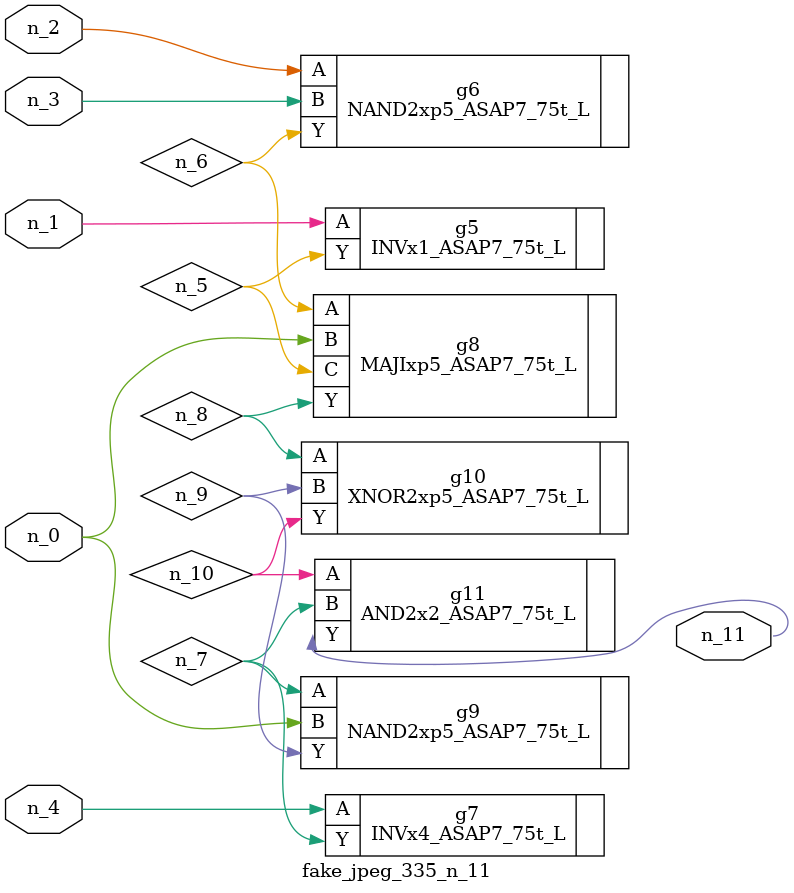
<source format=v>
module fake_jpeg_335_n_11 (n_3, n_2, n_1, n_0, n_4, n_11);

input n_3;
input n_2;
input n_1;
input n_0;
input n_4;

output n_11;

wire n_10;
wire n_8;
wire n_9;
wire n_6;
wire n_5;
wire n_7;

INVx1_ASAP7_75t_L g5 ( 
.A(n_1),
.Y(n_5)
);

NAND2xp5_ASAP7_75t_L g6 ( 
.A(n_2),
.B(n_3),
.Y(n_6)
);

INVx4_ASAP7_75t_L g7 ( 
.A(n_4),
.Y(n_7)
);

MAJIxp5_ASAP7_75t_L g8 ( 
.A(n_6),
.B(n_0),
.C(n_5),
.Y(n_8)
);

XNOR2xp5_ASAP7_75t_L g10 ( 
.A(n_8),
.B(n_9),
.Y(n_10)
);

NAND2xp5_ASAP7_75t_L g9 ( 
.A(n_7),
.B(n_0),
.Y(n_9)
);

AND2x2_ASAP7_75t_L g11 ( 
.A(n_10),
.B(n_7),
.Y(n_11)
);


endmodule
</source>
